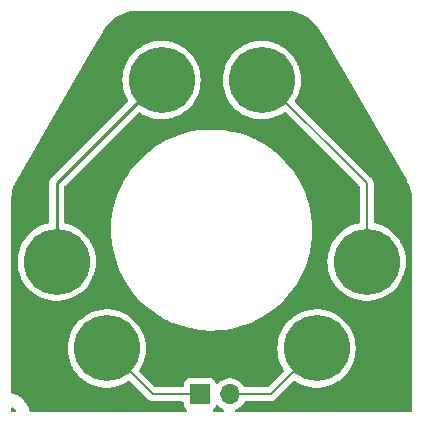
<source format=gtl>
%TF.GenerationSoftware,KiCad,Pcbnew,6.0.9-8da3e8f707~117~ubuntu22.04.1*%
%TF.CreationDate,2022-12-16T00:29:24-08:00*%
%TF.ProjectId,xyz_touch_probe,78797a5f-746f-4756-9368-5f70726f6265,rev?*%
%TF.SameCoordinates,Original*%
%TF.FileFunction,Copper,L1,Top*%
%TF.FilePolarity,Positive*%
%FSLAX46Y46*%
G04 Gerber Fmt 4.6, Leading zero omitted, Abs format (unit mm)*
G04 Created by KiCad (PCBNEW 6.0.9-8da3e8f707~117~ubuntu22.04.1) date 2022-12-16 00:29:24*
%MOMM*%
%LPD*%
G01*
G04 APERTURE LIST*
%TA.AperFunction,ComponentPad*%
%ADD10C,5.600000*%
%TD*%
%TA.AperFunction,ComponentPad*%
%ADD11R,1.700000X1.700000*%
%TD*%
%TA.AperFunction,ComponentPad*%
%ADD12O,1.700000X1.700000*%
%TD*%
%TA.AperFunction,Conductor*%
%ADD13C,0.250000*%
%TD*%
%TA.AperFunction,Conductor*%
%ADD14C,0.152400*%
%TD*%
G04 APERTURE END LIST*
D10*
%TO.P,H6,1,1*%
%TO.N,Net-(H6-Pad1)*%
X156377202Y-133109652D03*
%TD*%
%TO.P,H5,1,1*%
%TO.N,Net-(H4-Pad1)*%
X160619843Y-125761182D03*
%TD*%
%TO.P,H4,1,1*%
%TO.N,Net-(H4-Pad1)*%
X151742641Y-110385417D03*
%TD*%
%TO.P,H3,1,1*%
%TO.N,Net-(H2-Pad1)*%
X143257359Y-110385417D03*
%TD*%
%TO.P,H2,1,1*%
%TO.N,Net-(H2-Pad1)*%
X134380157Y-125761182D03*
%TD*%
%TO.P,H1,1,1*%
%TO.N,Net-(H1-Pad1)*%
X138622798Y-133109652D03*
%TD*%
D11*
%TO.P,J1,1,Pin_1*%
%TO.N,Net-(H1-Pad1)*%
X146500000Y-137000000D03*
D12*
%TO.P,J1,2,Pin_2*%
%TO.N,Net-(H6-Pad1)*%
X149040000Y-137000000D03*
%TD*%
D13*
%TO.N,Net-(H2-Pad1)*%
X143257359Y-110385417D02*
X143114583Y-110385417D01*
X143114583Y-110385417D02*
X134380157Y-119119843D01*
X134380157Y-119119843D02*
X134380157Y-125761182D01*
D14*
%TO.N,Net-(H4-Pad1)*%
X151742641Y-110385417D02*
X151885417Y-110385417D01*
X151885417Y-110385417D02*
X160619843Y-119119843D01*
X160619843Y-119119843D02*
X160619843Y-125761182D01*
%TO.N,Net-(H1-Pad1)*%
X146500000Y-137000000D02*
X142513146Y-137000000D01*
X142513146Y-137000000D02*
X138622798Y-133109652D01*
%TO.N,Net-(H6-Pad1)*%
X156377202Y-133109652D02*
X152486854Y-137000000D01*
X152486854Y-137000000D02*
X149040000Y-137000000D01*
%TD*%
%TA.AperFunction,NonConductor*%
G36*
X153660617Y-104510000D02*
G01*
X153675450Y-104512310D01*
X153675454Y-104512310D01*
X153684323Y-104513691D01*
X153693225Y-104512527D01*
X153693229Y-104512527D01*
X153703971Y-104511122D01*
X153726302Y-104510201D01*
X154016483Y-104524024D01*
X154028419Y-104525163D01*
X154186929Y-104547953D01*
X154345440Y-104570743D01*
X154357203Y-104573011D01*
X154648873Y-104643769D01*
X154668432Y-104648514D01*
X154679936Y-104651892D01*
X154907271Y-104730573D01*
X154982587Y-104756640D01*
X154993699Y-104761088D01*
X155285055Y-104894146D01*
X155295693Y-104899631D01*
X155434372Y-104979697D01*
X155573045Y-105059760D01*
X155583132Y-105066242D01*
X155844020Y-105252019D01*
X155853438Y-105259426D01*
X156095485Y-105469161D01*
X156104139Y-105477411D01*
X156325154Y-105709206D01*
X156325159Y-105709211D01*
X156333007Y-105718268D01*
X156361172Y-105754082D01*
X156530982Y-105970013D01*
X156537937Y-105979781D01*
X156691002Y-106217956D01*
X156702516Y-106240612D01*
X156706694Y-106251410D01*
X156712149Y-106258531D01*
X156712150Y-106258534D01*
X156726050Y-106276681D01*
X156735139Y-106290297D01*
X163999047Y-118871754D01*
X164007436Y-118889281D01*
X164016097Y-118911669D01*
X164028643Y-118928048D01*
X164040373Y-118946479D01*
X164161841Y-119179811D01*
X164166486Y-119189773D01*
X164267833Y-119434437D01*
X164278839Y-119461008D01*
X164282598Y-119471334D01*
X164319252Y-119587579D01*
X164370889Y-119751346D01*
X164373734Y-119761963D01*
X164437284Y-120048605D01*
X164439189Y-120059410D01*
X164439190Y-120059415D01*
X164439190Y-120059417D01*
X164477515Y-120350503D01*
X164478473Y-120361452D01*
X164489621Y-120616695D01*
X164488240Y-120641581D01*
X164487690Y-120645110D01*
X164487690Y-120645115D01*
X164486309Y-120653984D01*
X164487949Y-120666523D01*
X164490436Y-120685541D01*
X164491500Y-120701880D01*
X164491500Y-138365500D01*
X164471498Y-138433621D01*
X164417842Y-138480114D01*
X164365500Y-138491500D01*
X149627160Y-138491500D01*
X149559039Y-138471498D01*
X149512546Y-138417842D01*
X149502442Y-138347568D01*
X149531936Y-138282988D01*
X149571728Y-138252349D01*
X149672929Y-138202771D01*
X149737994Y-138170896D01*
X149919860Y-138041173D01*
X150078096Y-137883489D01*
X150208453Y-137702077D01*
X150231783Y-137654872D01*
X150279897Y-137602666D01*
X150344740Y-137584700D01*
X152440276Y-137584700D01*
X152456723Y-137585778D01*
X152486854Y-137589745D01*
X152525173Y-137584700D01*
X152525178Y-137584700D01*
X152631303Y-137570728D01*
X152639491Y-137569650D01*
X152740067Y-137527990D01*
X152781727Y-137510734D01*
X152826240Y-137476577D01*
X152903867Y-137417013D01*
X152908893Y-137410463D01*
X152908897Y-137410459D01*
X152922377Y-137392891D01*
X152933245Y-137380499D01*
X154413469Y-135900275D01*
X154475781Y-135866249D01*
X154546596Y-135871314D01*
X154568023Y-135881708D01*
X154808557Y-136027955D01*
X154808562Y-136027958D01*
X154811472Y-136029727D01*
X154814560Y-136031173D01*
X154814559Y-136031173D01*
X155132912Y-136180301D01*
X155132922Y-136180305D01*
X155135996Y-136181745D01*
X155139214Y-136182847D01*
X155139217Y-136182848D01*
X155471817Y-136296723D01*
X155471825Y-136296725D01*
X155475040Y-136297826D01*
X155824637Y-136376611D01*
X155876930Y-136382569D01*
X156177316Y-136416794D01*
X156177324Y-136416794D01*
X156180699Y-136417179D01*
X156184103Y-136417197D01*
X156184106Y-136417197D01*
X156378429Y-136418214D01*
X156539059Y-136419055D01*
X156542445Y-136418705D01*
X156542447Y-136418705D01*
X156892134Y-136382569D01*
X156892143Y-136382568D01*
X156895526Y-136382218D01*
X156898859Y-136381504D01*
X156898862Y-136381503D01*
X157071388Y-136344516D01*
X157245929Y-136307098D01*
X157586170Y-136194574D01*
X157912268Y-136045963D01*
X158027522Y-135977530D01*
X158217464Y-135864751D01*
X158217469Y-135864748D01*
X158220409Y-135863002D01*
X158242379Y-135846507D01*
X158381901Y-135741750D01*
X158506988Y-135647832D01*
X158768653Y-135402971D01*
X159002342Y-135131282D01*
X159152291Y-134913105D01*
X159203392Y-134838753D01*
X159203397Y-134838746D01*
X159205322Y-134835944D01*
X159206934Y-134832950D01*
X159206939Y-134832942D01*
X159373597Y-134523424D01*
X159375219Y-134520412D01*
X159510044Y-134188376D01*
X159520344Y-134152220D01*
X159540729Y-134080658D01*
X159608222Y-133843722D01*
X159668603Y-133490480D01*
X159670713Y-133455992D01*
X159690370Y-133134580D01*
X159690480Y-133132783D01*
X159690561Y-133109652D01*
X159671181Y-132751811D01*
X159613268Y-132398157D01*
X159517499Y-132052825D01*
X159514445Y-132045149D01*
X159386254Y-131723021D01*
X159384995Y-131719857D01*
X159305132Y-131569022D01*
X159218904Y-131406165D01*
X159218900Y-131406158D01*
X159217305Y-131403146D01*
X159016392Y-131106398D01*
X158784605Y-130833084D01*
X158524656Y-130586402D01*
X158239586Y-130369237D01*
X158236674Y-130367480D01*
X158236669Y-130367477D01*
X157935645Y-130185888D01*
X157935639Y-130185885D01*
X157932730Y-130184130D01*
X157607677Y-130033245D01*
X157425666Y-129971638D01*
X157271457Y-129919441D01*
X157271452Y-129919440D01*
X157268230Y-129918349D01*
X157069883Y-129874376D01*
X156921695Y-129841523D01*
X156921689Y-129841522D01*
X156918360Y-129840784D01*
X156914971Y-129840410D01*
X156914966Y-129840409D01*
X156565540Y-129801832D01*
X156565535Y-129801832D01*
X156562159Y-129801459D01*
X156558760Y-129801453D01*
X156558759Y-129801453D01*
X156389282Y-129801157D01*
X156203794Y-129800834D01*
X156090615Y-129812929D01*
X155850841Y-129838553D01*
X155850833Y-129838554D01*
X155847458Y-129838915D01*
X155497319Y-129915258D01*
X155157473Y-130028969D01*
X155154380Y-130030391D01*
X155154379Y-130030392D01*
X155148176Y-130033245D01*
X154831896Y-130178718D01*
X154524395Y-130362753D01*
X154521669Y-130364815D01*
X154521667Y-130364816D01*
X154241764Y-130576506D01*
X154238569Y-130578922D01*
X154236084Y-130581264D01*
X154236079Y-130581268D01*
X154138828Y-130672913D01*
X153977761Y-130824695D01*
X153745021Y-131097198D01*
X153743102Y-131100010D01*
X153743099Y-131100015D01*
X153706645Y-131153455D01*
X153543073Y-131393243D01*
X153374279Y-131709366D01*
X153240613Y-132041870D01*
X153239693Y-132045144D01*
X153239691Y-132045149D01*
X153237534Y-132052825D01*
X153143639Y-132386865D01*
X153084492Y-132740315D01*
X153063863Y-133098086D01*
X153081994Y-133455992D01*
X153082531Y-133459347D01*
X153082532Y-133459353D01*
X153087518Y-133490480D01*
X153138672Y-133809847D01*
X153233235Y-134155511D01*
X153364576Y-134488940D01*
X153531159Y-134806234D01*
X153533065Y-134809071D01*
X153533066Y-134809072D01*
X153602974Y-134913105D01*
X153624367Y-134980802D01*
X153605763Y-135049318D01*
X153587488Y-135072476D01*
X152281569Y-136378395D01*
X152219257Y-136412421D01*
X152192474Y-136415300D01*
X150348165Y-136415300D01*
X150280044Y-136395298D01*
X150242749Y-136354937D01*
X150241354Y-136355840D01*
X150122822Y-136172617D01*
X150122820Y-136172614D01*
X150120014Y-136168277D01*
X149969670Y-136003051D01*
X149965619Y-135999852D01*
X149965615Y-135999848D01*
X149798414Y-135867800D01*
X149798410Y-135867798D01*
X149794359Y-135864598D01*
X149598789Y-135756638D01*
X149593920Y-135754914D01*
X149593916Y-135754912D01*
X149393087Y-135683795D01*
X149393083Y-135683794D01*
X149388212Y-135682069D01*
X149383119Y-135681162D01*
X149383116Y-135681161D01*
X149173373Y-135643800D01*
X149173367Y-135643799D01*
X149168284Y-135642894D01*
X149094452Y-135641992D01*
X148950081Y-135640228D01*
X148950079Y-135640228D01*
X148944911Y-135640165D01*
X148724091Y-135673955D01*
X148511756Y-135743357D01*
X148313607Y-135846507D01*
X148309474Y-135849610D01*
X148309471Y-135849612D01*
X148139100Y-135977530D01*
X148134965Y-135980635D01*
X148078537Y-136039684D01*
X148054283Y-136065064D01*
X147992759Y-136100494D01*
X147921846Y-136097037D01*
X147864060Y-136055791D01*
X147845207Y-136022243D01*
X147803767Y-135911703D01*
X147800615Y-135903295D01*
X147713261Y-135786739D01*
X147596705Y-135699385D01*
X147460316Y-135648255D01*
X147398134Y-135641500D01*
X145601866Y-135641500D01*
X145539684Y-135648255D01*
X145403295Y-135699385D01*
X145286739Y-135786739D01*
X145199385Y-135903295D01*
X145148255Y-136039684D01*
X145141500Y-136101866D01*
X145141500Y-136289300D01*
X145121498Y-136357421D01*
X145067842Y-136403914D01*
X145015500Y-136415300D01*
X142807526Y-136415300D01*
X142739405Y-136395298D01*
X142718431Y-136378395D01*
X141413027Y-135072991D01*
X141379001Y-135010679D01*
X141384066Y-134939864D01*
X141398279Y-134912534D01*
X141450918Y-134835944D01*
X141452530Y-134832950D01*
X141452535Y-134832942D01*
X141619193Y-134523424D01*
X141620815Y-134520412D01*
X141755640Y-134188376D01*
X141765940Y-134152220D01*
X141786325Y-134080658D01*
X141853818Y-133843722D01*
X141914199Y-133490480D01*
X141916309Y-133455992D01*
X141935966Y-133134580D01*
X141936076Y-133132783D01*
X141936157Y-133109652D01*
X141916777Y-132751811D01*
X141858864Y-132398157D01*
X141763095Y-132052825D01*
X141760041Y-132045149D01*
X141631850Y-131723021D01*
X141630591Y-131719857D01*
X141550728Y-131569022D01*
X141464500Y-131406165D01*
X141464496Y-131406158D01*
X141462901Y-131403146D01*
X141261988Y-131106398D01*
X141030201Y-130833084D01*
X140770252Y-130586402D01*
X140485182Y-130369237D01*
X140482270Y-130367480D01*
X140482265Y-130367477D01*
X140181241Y-130185888D01*
X140181235Y-130185885D01*
X140178326Y-130184130D01*
X139853273Y-130033245D01*
X139671262Y-129971638D01*
X139517053Y-129919441D01*
X139517048Y-129919440D01*
X139513826Y-129918349D01*
X139315479Y-129874376D01*
X139167291Y-129841523D01*
X139167285Y-129841522D01*
X139163956Y-129840784D01*
X139160567Y-129840410D01*
X139160562Y-129840409D01*
X138811136Y-129801832D01*
X138811131Y-129801832D01*
X138807755Y-129801459D01*
X138804356Y-129801453D01*
X138804355Y-129801453D01*
X138634878Y-129801157D01*
X138449390Y-129800834D01*
X138336211Y-129812929D01*
X138096437Y-129838553D01*
X138096429Y-129838554D01*
X138093054Y-129838915D01*
X137742915Y-129915258D01*
X137403069Y-130028969D01*
X137399976Y-130030391D01*
X137399975Y-130030392D01*
X137393772Y-130033245D01*
X137077492Y-130178718D01*
X136769991Y-130362753D01*
X136767265Y-130364815D01*
X136767263Y-130364816D01*
X136487360Y-130576506D01*
X136484165Y-130578922D01*
X136481680Y-130581264D01*
X136481675Y-130581268D01*
X136384424Y-130672913D01*
X136223357Y-130824695D01*
X135990617Y-131097198D01*
X135988698Y-131100010D01*
X135988695Y-131100015D01*
X135952241Y-131153455D01*
X135788669Y-131393243D01*
X135619875Y-131709366D01*
X135486209Y-132041870D01*
X135485289Y-132045144D01*
X135485287Y-132045149D01*
X135483130Y-132052825D01*
X135389235Y-132386865D01*
X135330088Y-132740315D01*
X135309459Y-133098086D01*
X135327590Y-133455992D01*
X135328127Y-133459347D01*
X135328128Y-133459353D01*
X135333114Y-133490480D01*
X135384268Y-133809847D01*
X135478831Y-134155511D01*
X135610172Y-134488940D01*
X135776755Y-134806234D01*
X135778656Y-134809063D01*
X135778662Y-134809073D01*
X135906398Y-134999162D01*
X135976632Y-135103681D01*
X136207463Y-135377802D01*
X136466549Y-135625390D01*
X136750859Y-135843549D01*
X136813620Y-135881708D01*
X137054153Y-136027955D01*
X137054158Y-136027958D01*
X137057068Y-136029727D01*
X137060156Y-136031173D01*
X137060155Y-136031173D01*
X137378508Y-136180301D01*
X137378518Y-136180305D01*
X137381592Y-136181745D01*
X137384810Y-136182847D01*
X137384813Y-136182848D01*
X137717413Y-136296723D01*
X137717421Y-136296725D01*
X137720636Y-136297826D01*
X138070233Y-136376611D01*
X138122526Y-136382569D01*
X138422912Y-136416794D01*
X138422920Y-136416794D01*
X138426295Y-136417179D01*
X138429699Y-136417197D01*
X138429702Y-136417197D01*
X138624025Y-136418214D01*
X138784655Y-136419055D01*
X138788041Y-136418705D01*
X138788043Y-136418705D01*
X139137730Y-136382569D01*
X139137739Y-136382568D01*
X139141122Y-136382218D01*
X139144455Y-136381504D01*
X139144458Y-136381503D01*
X139316984Y-136344516D01*
X139491525Y-136307098D01*
X139831766Y-136194574D01*
X140157864Y-136045963D01*
X140273118Y-135977530D01*
X140434053Y-135881974D01*
X140502838Y-135864394D01*
X140570209Y-135886793D01*
X140587476Y-135901220D01*
X142066759Y-137380503D01*
X142077626Y-137392894D01*
X142096133Y-137417013D01*
X142173760Y-137476577D01*
X142218273Y-137510734D01*
X142360509Y-137569650D01*
X142487877Y-137586419D01*
X142504951Y-137588667D01*
X142513146Y-137589746D01*
X142521342Y-137588667D01*
X142543284Y-137585778D01*
X142559731Y-137584700D01*
X145015500Y-137584700D01*
X145083621Y-137604702D01*
X145130114Y-137658358D01*
X145141500Y-137710700D01*
X145141500Y-137898134D01*
X145148255Y-137960316D01*
X145199385Y-138096705D01*
X145286739Y-138213261D01*
X145293919Y-138218642D01*
X145293920Y-138218643D01*
X145355339Y-138264674D01*
X145397854Y-138321533D01*
X145402880Y-138392352D01*
X145368820Y-138454645D01*
X145306489Y-138488635D01*
X145279774Y-138491500D01*
X132216537Y-138491500D01*
X132148416Y-138471498D01*
X132101923Y-138417842D01*
X132097764Y-138407560D01*
X132059893Y-138300615D01*
X132000934Y-138134119D01*
X131864907Y-137870572D01*
X131851226Y-137851105D01*
X131725428Y-137672113D01*
X131694372Y-137627925D01*
X131619349Y-137547191D01*
X131495404Y-137413810D01*
X131495401Y-137413808D01*
X131492483Y-137410667D01*
X131489168Y-137407953D01*
X131489164Y-137407950D01*
X131266295Y-137225534D01*
X131262977Y-137222818D01*
X131010101Y-137067856D01*
X130738533Y-136948646D01*
X130711776Y-136941024D01*
X130599981Y-136909178D01*
X130539946Y-136871279D01*
X130509932Y-136806939D01*
X130508500Y-136787999D01*
X130508500Y-125749616D01*
X131066818Y-125749616D01*
X131084949Y-126107522D01*
X131085486Y-126110877D01*
X131085487Y-126110883D01*
X131090473Y-126142010D01*
X131141627Y-126461377D01*
X131236190Y-126807041D01*
X131367531Y-127140470D01*
X131392215Y-127187487D01*
X131513827Y-127419122D01*
X131534114Y-127457764D01*
X131536015Y-127460593D01*
X131536021Y-127460603D01*
X131660137Y-127645305D01*
X131733991Y-127755211D01*
X131964822Y-128029332D01*
X132223908Y-128276920D01*
X132508218Y-128495079D01*
X132540213Y-128514532D01*
X132811512Y-128679485D01*
X132811517Y-128679488D01*
X132814427Y-128681257D01*
X132817515Y-128682703D01*
X132817514Y-128682703D01*
X133135867Y-128831831D01*
X133135877Y-128831835D01*
X133138951Y-128833275D01*
X133142169Y-128834377D01*
X133142172Y-128834378D01*
X133474772Y-128948253D01*
X133474780Y-128948255D01*
X133477995Y-128949356D01*
X133827592Y-129028141D01*
X133879885Y-129034099D01*
X134180271Y-129068324D01*
X134180279Y-129068324D01*
X134183654Y-129068709D01*
X134187058Y-129068727D01*
X134187061Y-129068727D01*
X134381384Y-129069744D01*
X134542014Y-129070585D01*
X134545400Y-129070235D01*
X134545402Y-129070235D01*
X134895089Y-129034099D01*
X134895098Y-129034098D01*
X134898481Y-129033748D01*
X134901814Y-129033034D01*
X134901817Y-129033033D01*
X135074343Y-128996046D01*
X135248884Y-128958628D01*
X135589125Y-128846104D01*
X135915223Y-128697493D01*
X136109602Y-128582079D01*
X136220419Y-128516281D01*
X136220424Y-128516278D01*
X136223364Y-128514532D01*
X136509943Y-128299362D01*
X136771608Y-128054501D01*
X137005297Y-127782812D01*
X137200093Y-127499382D01*
X137206347Y-127490283D01*
X137206352Y-127490276D01*
X137208277Y-127487474D01*
X137209889Y-127484480D01*
X137209894Y-127484472D01*
X137376552Y-127174954D01*
X137378174Y-127171942D01*
X137484262Y-126910678D01*
X137511719Y-126843059D01*
X137511721Y-126843054D01*
X137512999Y-126839906D01*
X137523299Y-126803750D01*
X137583927Y-126590913D01*
X137611177Y-126495252D01*
X137671558Y-126142010D01*
X137673668Y-126107522D01*
X137693325Y-125786110D01*
X137693435Y-125784313D01*
X137693516Y-125761182D01*
X137674136Y-125403341D01*
X137616223Y-125049687D01*
X137520454Y-124704355D01*
X137517400Y-124696679D01*
X137389209Y-124374551D01*
X137387950Y-124371387D01*
X137272022Y-124152437D01*
X137221859Y-124057695D01*
X137221855Y-124057688D01*
X137220260Y-124054676D01*
X137019347Y-123757928D01*
X136787560Y-123484614D01*
X136527611Y-123237932D01*
X136242541Y-123020767D01*
X136239629Y-123019010D01*
X136239624Y-123019007D01*
X136201926Y-122996266D01*
X138987004Y-122996266D01*
X138990337Y-123137717D01*
X138999268Y-123516658D01*
X139000654Y-123575486D01*
X139000852Y-123577639D01*
X139044426Y-124051851D01*
X139053668Y-124152437D01*
X139054010Y-124154560D01*
X139141329Y-124696679D01*
X139145801Y-124724446D01*
X139276626Y-125288863D01*
X139445537Y-125843076D01*
X139651752Y-126384517D01*
X139652655Y-126386475D01*
X139652658Y-126386483D01*
X139765528Y-126631315D01*
X139894316Y-126910678D01*
X140172105Y-127419122D01*
X140483832Y-127907496D01*
X140828055Y-128373536D01*
X140829451Y-128375179D01*
X140829454Y-128375183D01*
X141104482Y-128698911D01*
X141203178Y-128815084D01*
X141204675Y-128816621D01*
X141204678Y-128816624D01*
X141605971Y-129228563D01*
X141605980Y-129228572D01*
X141607465Y-129230096D01*
X142039042Y-129616649D01*
X142040722Y-129617959D01*
X142494225Y-129971638D01*
X142494237Y-129971647D01*
X142495912Y-129972953D01*
X142975958Y-130297358D01*
X143088544Y-130362753D01*
X143475109Y-130587288D01*
X143475118Y-130587293D01*
X143476957Y-130588361D01*
X143725697Y-130711026D01*
X143978484Y-130835687D01*
X143996588Y-130844615D01*
X144252769Y-130949944D01*
X144530474Y-131064123D01*
X144530484Y-131064127D01*
X144532445Y-131064933D01*
X144797780Y-131153455D01*
X145080019Y-131247617D01*
X145080026Y-131247619D01*
X145082046Y-131248293D01*
X145642846Y-131393848D01*
X145644943Y-131394242D01*
X145644946Y-131394243D01*
X145708345Y-131406165D01*
X146212247Y-131500923D01*
X146214354Y-131501172D01*
X146214358Y-131501173D01*
X146423894Y-131525973D01*
X146787612Y-131569022D01*
X146789758Y-131569129D01*
X146789760Y-131569129D01*
X147364143Y-131597724D01*
X147364149Y-131597724D01*
X147366276Y-131597830D01*
X147368405Y-131597791D01*
X147368407Y-131597791D01*
X147514164Y-131595120D01*
X147945560Y-131587213D01*
X148325116Y-131554340D01*
X148520635Y-131537406D01*
X148520639Y-131537406D01*
X148522781Y-131537220D01*
X149095264Y-131448083D01*
X149350058Y-131390429D01*
X149658274Y-131320687D01*
X149658280Y-131320685D01*
X149660359Y-131320215D01*
X150215448Y-131154208D01*
X150217445Y-131153459D01*
X150217458Y-131153455D01*
X150574739Y-131019517D01*
X150757961Y-130950831D01*
X150989770Y-130845434D01*
X151283442Y-130711910D01*
X151283456Y-130711903D01*
X151285385Y-130711026D01*
X151287256Y-130710017D01*
X151287265Y-130710012D01*
X151793381Y-130436926D01*
X151793380Y-130436926D01*
X151795277Y-130435903D01*
X152285276Y-130126737D01*
X152287001Y-130125477D01*
X152287011Y-130125470D01*
X152751381Y-129786224D01*
X152751389Y-129786218D01*
X152753112Y-129784959D01*
X153196619Y-129412153D01*
X153198147Y-129410680D01*
X153198157Y-129410671D01*
X153589154Y-129033748D01*
X153613742Y-129010045D01*
X154002549Y-128580497D01*
X154240235Y-128278995D01*
X154359916Y-128127180D01*
X154359919Y-128127176D01*
X154361241Y-128125499D01*
X154511474Y-127905679D01*
X154686939Y-127648939D01*
X154686946Y-127648928D01*
X154688155Y-127647159D01*
X154981777Y-127147690D01*
X155240748Y-126629408D01*
X155241565Y-126627450D01*
X155241571Y-126627437D01*
X155463045Y-126096685D01*
X155463048Y-126096677D01*
X155463868Y-126094712D01*
X155650104Y-125546079D01*
X155798593Y-124986049D01*
X155847669Y-124732395D01*
X155908238Y-124419337D01*
X155908240Y-124419327D01*
X155908648Y-124417216D01*
X155913925Y-124374551D01*
X155941131Y-124154560D01*
X155979759Y-123842215D01*
X156011596Y-123263710D01*
X156011842Y-123240273D01*
X156013448Y-123086810D01*
X156013463Y-123085417D01*
X156011202Y-123019007D01*
X155993821Y-122508502D01*
X155993820Y-122508489D01*
X155993748Y-122506371D01*
X155934695Y-121930007D01*
X155836577Y-121358995D01*
X155836073Y-121356920D01*
X155836070Y-121356905D01*
X155700355Y-120798061D01*
X155700354Y-120798057D01*
X155699849Y-120795978D01*
X155673391Y-120712317D01*
X155560687Y-120355955D01*
X155525143Y-120243565D01*
X155450650Y-120053966D01*
X155314054Y-119706308D01*
X155314052Y-119706304D01*
X155313270Y-119704313D01*
X155065210Y-119180721D01*
X155064162Y-119178850D01*
X155064156Y-119178838D01*
X154783162Y-118677088D01*
X154782112Y-118675213D01*
X154748781Y-118624180D01*
X154466455Y-118191919D01*
X154466452Y-118191915D01*
X154465287Y-118190131D01*
X154116203Y-117727721D01*
X153736477Y-117290125D01*
X153327866Y-116879370D01*
X152892265Y-116497357D01*
X152820569Y-116442640D01*
X152433396Y-116147160D01*
X152431689Y-116145857D01*
X151948272Y-115826497D01*
X151444254Y-115540756D01*
X151357225Y-115498965D01*
X150923899Y-115290884D01*
X150923893Y-115290881D01*
X150921968Y-115289957D01*
X150919988Y-115289167D01*
X150919981Y-115289164D01*
X150385811Y-115076052D01*
X150385807Y-115076051D01*
X150383833Y-115075263D01*
X149832342Y-114897668D01*
X149830279Y-114897155D01*
X149830270Y-114897153D01*
X149272133Y-114758512D01*
X149270048Y-114757994D01*
X148699557Y-114656887D01*
X148697445Y-114656659D01*
X148697442Y-114656659D01*
X148125649Y-114595047D01*
X148125638Y-114595046D01*
X148123511Y-114594817D01*
X147544576Y-114572071D01*
X147542457Y-114572132D01*
X147542447Y-114572132D01*
X146967580Y-114588691D01*
X146967574Y-114588691D01*
X146965435Y-114588753D01*
X146963303Y-114588960D01*
X146963290Y-114588961D01*
X146577569Y-114626442D01*
X146388770Y-114644788D01*
X146386651Y-114645141D01*
X146386641Y-114645142D01*
X145819354Y-114739565D01*
X145819350Y-114739566D01*
X145817252Y-114739915D01*
X145253527Y-114873693D01*
X145251470Y-114874332D01*
X145251469Y-114874332D01*
X144702263Y-115044865D01*
X144702255Y-115044868D01*
X144700206Y-115045504D01*
X144159852Y-115254551D01*
X143634969Y-115499866D01*
X143127986Y-115780313D01*
X142641251Y-116094594D01*
X142177020Y-116441252D01*
X141737441Y-116818682D01*
X141735915Y-116820185D01*
X141735912Y-116820187D01*
X141675792Y-116879370D01*
X141324552Y-117225136D01*
X140940264Y-117658731D01*
X140586357Y-118117460D01*
X140585158Y-118119255D01*
X140585154Y-118119260D01*
X140382949Y-118421882D01*
X140264470Y-118599198D01*
X140187402Y-118733495D01*
X140007067Y-119047742D01*
X139976094Y-119101714D01*
X139722565Y-119622680D01*
X139505056Y-120159683D01*
X139477558Y-120243565D01*
X139327315Y-120701880D01*
X139324575Y-120710237D01*
X139181959Y-121271791D01*
X139077867Y-121841745D01*
X139077624Y-121843893D01*
X139077624Y-121843894D01*
X139013446Y-122411580D01*
X139012781Y-122417458D01*
X138987004Y-122996266D01*
X136201926Y-122996266D01*
X135938600Y-122837418D01*
X135938594Y-122837415D01*
X135935685Y-122835660D01*
X135610632Y-122684775D01*
X135366003Y-122601973D01*
X135274412Y-122570971D01*
X135274407Y-122570970D01*
X135271185Y-122569879D01*
X135267861Y-122569142D01*
X135267850Y-122569139D01*
X135141448Y-122541117D01*
X135112386Y-122534674D01*
X135050209Y-122500402D01*
X135016431Y-122437956D01*
X135013657Y-122411661D01*
X135013657Y-119434437D01*
X135033659Y-119366316D01*
X135050562Y-119345342D01*
X141247755Y-113148149D01*
X141310067Y-113114123D01*
X141380882Y-113119188D01*
X141402300Y-113129577D01*
X141691629Y-113305492D01*
X141694717Y-113306938D01*
X141694716Y-113306938D01*
X142013069Y-113456066D01*
X142013079Y-113456070D01*
X142016153Y-113457510D01*
X142019371Y-113458612D01*
X142019374Y-113458613D01*
X142351974Y-113572488D01*
X142351982Y-113572490D01*
X142355197Y-113573591D01*
X142704794Y-113652376D01*
X142757087Y-113658334D01*
X143057473Y-113692559D01*
X143057481Y-113692559D01*
X143060856Y-113692944D01*
X143064260Y-113692962D01*
X143064263Y-113692962D01*
X143258586Y-113693979D01*
X143419216Y-113694820D01*
X143422602Y-113694470D01*
X143422604Y-113694470D01*
X143772291Y-113658334D01*
X143772300Y-113658333D01*
X143775683Y-113657983D01*
X143779016Y-113657269D01*
X143779019Y-113657268D01*
X143951545Y-113620281D01*
X144126086Y-113582863D01*
X144466327Y-113470339D01*
X144792425Y-113321728D01*
X144886411Y-113265923D01*
X145097621Y-113140516D01*
X145097626Y-113140513D01*
X145100566Y-113138767D01*
X145112800Y-113129582D01*
X145229664Y-113041837D01*
X145387145Y-112923597D01*
X145648810Y-112678736D01*
X145882499Y-112407047D01*
X146010910Y-112220208D01*
X146083549Y-112114518D01*
X146083554Y-112114511D01*
X146085479Y-112111709D01*
X146087091Y-112108715D01*
X146087096Y-112108707D01*
X146253754Y-111799189D01*
X146255376Y-111796177D01*
X146390201Y-111464141D01*
X146400501Y-111427985D01*
X146420886Y-111356423D01*
X146488379Y-111119487D01*
X146548760Y-110766245D01*
X146550870Y-110731757D01*
X146570527Y-110410345D01*
X146570637Y-110408548D01*
X146570718Y-110385417D01*
X146570092Y-110373851D01*
X148429302Y-110373851D01*
X148447433Y-110731757D01*
X148447970Y-110735112D01*
X148447971Y-110735118D01*
X148452957Y-110766245D01*
X148504111Y-111085612D01*
X148598674Y-111431276D01*
X148730015Y-111764705D01*
X148896598Y-112081999D01*
X148898499Y-112084828D01*
X148898505Y-112084838D01*
X148976860Y-112201441D01*
X149096475Y-112379446D01*
X149327306Y-112653567D01*
X149586392Y-112901155D01*
X149870702Y-113119314D01*
X149902697Y-113138767D01*
X150173996Y-113303720D01*
X150174001Y-113303723D01*
X150176911Y-113305492D01*
X150179999Y-113306938D01*
X150179998Y-113306938D01*
X150498351Y-113456066D01*
X150498361Y-113456070D01*
X150501435Y-113457510D01*
X150504653Y-113458612D01*
X150504656Y-113458613D01*
X150837256Y-113572488D01*
X150837264Y-113572490D01*
X150840479Y-113573591D01*
X151190076Y-113652376D01*
X151242369Y-113658334D01*
X151542755Y-113692559D01*
X151542763Y-113692559D01*
X151546138Y-113692944D01*
X151549542Y-113692962D01*
X151549545Y-113692962D01*
X151743868Y-113693979D01*
X151904498Y-113694820D01*
X151907884Y-113694470D01*
X151907886Y-113694470D01*
X152257573Y-113658334D01*
X152257582Y-113658333D01*
X152260965Y-113657983D01*
X152264298Y-113657269D01*
X152264301Y-113657268D01*
X152436827Y-113620281D01*
X152611368Y-113582863D01*
X152951609Y-113470339D01*
X153277707Y-113321728D01*
X153371693Y-113265923D01*
X153582903Y-113140516D01*
X153582908Y-113140513D01*
X153585848Y-113138767D01*
X153627514Y-113107483D01*
X153693997Y-113082579D01*
X153763393Y-113097572D01*
X153792260Y-113119150D01*
X159998238Y-119325129D01*
X160032264Y-119387441D01*
X160035143Y-119414224D01*
X160035143Y-122400939D01*
X160015141Y-122469060D01*
X159961485Y-122515553D01*
X159935985Y-122524047D01*
X159887182Y-122534688D01*
X159739960Y-122566788D01*
X159400114Y-122680499D01*
X159397021Y-122681921D01*
X159397020Y-122681922D01*
X159390817Y-122684775D01*
X159074537Y-122830248D01*
X158767036Y-123014283D01*
X158764310Y-123016345D01*
X158764308Y-123016346D01*
X158758463Y-123020767D01*
X158481210Y-123230452D01*
X158220402Y-123476225D01*
X157987662Y-123748728D01*
X157985743Y-123751540D01*
X157985740Y-123751545D01*
X157922440Y-123844340D01*
X157785714Y-124044773D01*
X157616920Y-124360896D01*
X157483254Y-124693400D01*
X157482334Y-124696674D01*
X157482332Y-124696679D01*
X157400411Y-124988123D01*
X157386280Y-125038395D01*
X157385718Y-125041752D01*
X157385718Y-125041753D01*
X157344027Y-125290893D01*
X157327133Y-125391845D01*
X157306504Y-125749616D01*
X157324635Y-126107522D01*
X157325172Y-126110877D01*
X157325173Y-126110883D01*
X157330159Y-126142010D01*
X157381313Y-126461377D01*
X157475876Y-126807041D01*
X157607217Y-127140470D01*
X157631901Y-127187487D01*
X157753513Y-127419122D01*
X157773800Y-127457764D01*
X157775701Y-127460593D01*
X157775707Y-127460603D01*
X157899823Y-127645305D01*
X157973677Y-127755211D01*
X158204508Y-128029332D01*
X158463594Y-128276920D01*
X158747904Y-128495079D01*
X158779899Y-128514532D01*
X159051198Y-128679485D01*
X159051203Y-128679488D01*
X159054113Y-128681257D01*
X159057201Y-128682703D01*
X159057200Y-128682703D01*
X159375553Y-128831831D01*
X159375563Y-128831835D01*
X159378637Y-128833275D01*
X159381855Y-128834377D01*
X159381858Y-128834378D01*
X159714458Y-128948253D01*
X159714466Y-128948255D01*
X159717681Y-128949356D01*
X160067278Y-129028141D01*
X160119571Y-129034099D01*
X160419957Y-129068324D01*
X160419965Y-129068324D01*
X160423340Y-129068709D01*
X160426744Y-129068727D01*
X160426747Y-129068727D01*
X160621070Y-129069744D01*
X160781700Y-129070585D01*
X160785086Y-129070235D01*
X160785088Y-129070235D01*
X161134775Y-129034099D01*
X161134784Y-129034098D01*
X161138167Y-129033748D01*
X161141500Y-129033034D01*
X161141503Y-129033033D01*
X161314029Y-128996046D01*
X161488570Y-128958628D01*
X161828811Y-128846104D01*
X162154909Y-128697493D01*
X162349288Y-128582079D01*
X162460105Y-128516281D01*
X162460110Y-128516278D01*
X162463050Y-128514532D01*
X162749629Y-128299362D01*
X163011294Y-128054501D01*
X163244983Y-127782812D01*
X163439779Y-127499382D01*
X163446033Y-127490283D01*
X163446038Y-127490276D01*
X163447963Y-127487474D01*
X163449575Y-127484480D01*
X163449580Y-127484472D01*
X163616238Y-127174954D01*
X163617860Y-127171942D01*
X163723948Y-126910678D01*
X163751405Y-126843059D01*
X163751407Y-126843054D01*
X163752685Y-126839906D01*
X163762985Y-126803750D01*
X163823613Y-126590913D01*
X163850863Y-126495252D01*
X163911244Y-126142010D01*
X163913354Y-126107522D01*
X163933011Y-125786110D01*
X163933121Y-125784313D01*
X163933202Y-125761182D01*
X163913822Y-125403341D01*
X163855909Y-125049687D01*
X163760140Y-124704355D01*
X163757086Y-124696679D01*
X163628895Y-124374551D01*
X163627636Y-124371387D01*
X163511708Y-124152437D01*
X163461545Y-124057695D01*
X163461541Y-124057688D01*
X163459946Y-124054676D01*
X163259033Y-123757928D01*
X163027246Y-123484614D01*
X162767297Y-123237932D01*
X162482227Y-123020767D01*
X162479315Y-123019010D01*
X162479310Y-123019007D01*
X162178286Y-122837418D01*
X162178280Y-122837415D01*
X162175371Y-122835660D01*
X161850318Y-122684775D01*
X161605689Y-122601973D01*
X161514098Y-122570971D01*
X161514093Y-122570970D01*
X161510871Y-122569879D01*
X161507547Y-122569142D01*
X161507536Y-122569139D01*
X161303272Y-122523855D01*
X161241095Y-122489583D01*
X161207317Y-122427137D01*
X161204543Y-122400842D01*
X161204543Y-119166429D01*
X161205621Y-119149982D01*
X161208511Y-119128031D01*
X161209589Y-119119843D01*
X161189493Y-118967206D01*
X161130577Y-118824970D01*
X161060386Y-118733495D01*
X161060385Y-118733494D01*
X161036856Y-118702830D01*
X161012736Y-118684322D01*
X161000346Y-118673455D01*
X154590644Y-112263753D01*
X154556618Y-112201441D01*
X154561683Y-112130626D01*
X154570856Y-112111760D01*
X154570761Y-112111709D01*
X154571990Y-112109426D01*
X154572376Y-112108709D01*
X154572380Y-112108703D01*
X154739036Y-111799189D01*
X154740658Y-111796177D01*
X154875483Y-111464141D01*
X154885783Y-111427985D01*
X154906168Y-111356423D01*
X154973661Y-111119487D01*
X155034042Y-110766245D01*
X155036152Y-110731757D01*
X155055809Y-110410345D01*
X155055919Y-110408548D01*
X155056000Y-110385417D01*
X155036620Y-110027576D01*
X154978707Y-109673922D01*
X154882938Y-109328590D01*
X154879884Y-109320914D01*
X154751693Y-108998786D01*
X154750434Y-108995622D01*
X154720409Y-108938915D01*
X154584343Y-108681930D01*
X154584339Y-108681923D01*
X154582744Y-108678911D01*
X154381831Y-108382163D01*
X154150044Y-108108849D01*
X153890095Y-107862167D01*
X153605025Y-107645002D01*
X153602113Y-107643245D01*
X153602108Y-107643242D01*
X153301084Y-107461653D01*
X153301078Y-107461650D01*
X153298169Y-107459895D01*
X152973116Y-107309010D01*
X152803393Y-107251562D01*
X152636896Y-107195206D01*
X152636891Y-107195205D01*
X152633669Y-107194114D01*
X152435322Y-107150141D01*
X152287134Y-107117288D01*
X152287128Y-107117287D01*
X152283799Y-107116549D01*
X152280410Y-107116175D01*
X152280405Y-107116174D01*
X151930979Y-107077597D01*
X151930974Y-107077597D01*
X151927598Y-107077224D01*
X151924199Y-107077218D01*
X151924198Y-107077218D01*
X151754721Y-107076922D01*
X151569233Y-107076599D01*
X151456054Y-107088694D01*
X151216280Y-107114318D01*
X151216272Y-107114319D01*
X151212897Y-107114680D01*
X150862758Y-107191023D01*
X150522912Y-107304734D01*
X150519819Y-107306156D01*
X150519818Y-107306157D01*
X150513615Y-107309010D01*
X150197335Y-107454483D01*
X149889834Y-107638518D01*
X149887108Y-107640580D01*
X149887106Y-107640581D01*
X149881261Y-107645002D01*
X149604008Y-107854687D01*
X149343200Y-108100460D01*
X149110460Y-108372963D01*
X149108541Y-108375775D01*
X149108538Y-108375780D01*
X149015265Y-108512514D01*
X148908512Y-108669008D01*
X148739718Y-108985131D01*
X148606052Y-109317635D01*
X148605132Y-109320909D01*
X148605130Y-109320914D01*
X148602973Y-109328590D01*
X148509078Y-109662630D01*
X148449931Y-110016080D01*
X148429302Y-110373851D01*
X146570092Y-110373851D01*
X146551338Y-110027576D01*
X146493425Y-109673922D01*
X146397656Y-109328590D01*
X146394602Y-109320914D01*
X146266411Y-108998786D01*
X146265152Y-108995622D01*
X146235127Y-108938915D01*
X146099061Y-108681930D01*
X146099057Y-108681923D01*
X146097462Y-108678911D01*
X145896549Y-108382163D01*
X145664762Y-108108849D01*
X145404813Y-107862167D01*
X145119743Y-107645002D01*
X145116831Y-107643245D01*
X145116826Y-107643242D01*
X144815802Y-107461653D01*
X144815796Y-107461650D01*
X144812887Y-107459895D01*
X144487834Y-107309010D01*
X144318111Y-107251562D01*
X144151614Y-107195206D01*
X144151609Y-107195205D01*
X144148387Y-107194114D01*
X143950040Y-107150141D01*
X143801852Y-107117288D01*
X143801846Y-107117287D01*
X143798517Y-107116549D01*
X143795128Y-107116175D01*
X143795123Y-107116174D01*
X143445697Y-107077597D01*
X143445692Y-107077597D01*
X143442316Y-107077224D01*
X143438917Y-107077218D01*
X143438916Y-107077218D01*
X143269439Y-107076922D01*
X143083951Y-107076599D01*
X142970772Y-107088694D01*
X142730998Y-107114318D01*
X142730990Y-107114319D01*
X142727615Y-107114680D01*
X142377476Y-107191023D01*
X142037630Y-107304734D01*
X142034537Y-107306156D01*
X142034536Y-107306157D01*
X142028333Y-107309010D01*
X141712053Y-107454483D01*
X141404552Y-107638518D01*
X141401826Y-107640580D01*
X141401824Y-107640581D01*
X141395979Y-107645002D01*
X141118726Y-107854687D01*
X140857918Y-108100460D01*
X140625178Y-108372963D01*
X140623259Y-108375775D01*
X140623256Y-108375780D01*
X140529983Y-108512514D01*
X140423230Y-108669008D01*
X140254436Y-108985131D01*
X140120770Y-109317635D01*
X140119850Y-109320909D01*
X140119848Y-109320914D01*
X140117691Y-109328590D01*
X140023796Y-109662630D01*
X139964649Y-110016080D01*
X139944020Y-110373851D01*
X139962151Y-110731757D01*
X139962688Y-110735112D01*
X139962689Y-110735118D01*
X139967675Y-110766245D01*
X140018829Y-111085612D01*
X140113392Y-111431276D01*
X140244733Y-111764705D01*
X140406352Y-112072545D01*
X140420307Y-112142154D01*
X140394413Y-112208260D01*
X140383887Y-112220208D01*
X133987904Y-118616191D01*
X133979618Y-118623731D01*
X133973139Y-118627843D01*
X133967714Y-118633620D01*
X133926514Y-118677494D01*
X133923759Y-118680336D01*
X133904022Y-118700073D01*
X133901542Y-118703270D01*
X133893839Y-118712290D01*
X133863571Y-118744522D01*
X133859752Y-118751468D01*
X133859750Y-118751471D01*
X133853809Y-118762277D01*
X133842958Y-118778796D01*
X133830543Y-118794802D01*
X133827398Y-118802071D01*
X133827395Y-118802075D01*
X133812983Y-118835380D01*
X133807766Y-118846030D01*
X133786462Y-118884783D01*
X133784491Y-118892458D01*
X133784491Y-118892459D01*
X133781424Y-118904405D01*
X133775020Y-118923109D01*
X133766976Y-118941698D01*
X133765737Y-118949521D01*
X133765734Y-118949531D01*
X133760058Y-118985367D01*
X133757652Y-118996987D01*
X133746657Y-119039813D01*
X133746657Y-119060067D01*
X133745106Y-119079777D01*
X133741937Y-119099786D01*
X133742683Y-119107678D01*
X133746098Y-119143804D01*
X133746657Y-119155662D01*
X133746657Y-122411580D01*
X133726655Y-122479701D01*
X133672999Y-122526194D01*
X133647500Y-122534688D01*
X133500274Y-122566788D01*
X133160428Y-122680499D01*
X133157335Y-122681921D01*
X133157334Y-122681922D01*
X133151131Y-122684775D01*
X132834851Y-122830248D01*
X132527350Y-123014283D01*
X132524624Y-123016345D01*
X132524622Y-123016346D01*
X132518777Y-123020767D01*
X132241524Y-123230452D01*
X131980716Y-123476225D01*
X131747976Y-123748728D01*
X131746057Y-123751540D01*
X131746054Y-123751545D01*
X131682754Y-123844340D01*
X131546028Y-124044773D01*
X131377234Y-124360896D01*
X131243568Y-124693400D01*
X131242648Y-124696674D01*
X131242646Y-124696679D01*
X131160725Y-124988123D01*
X131146594Y-125038395D01*
X131146032Y-125041752D01*
X131146032Y-125041753D01*
X131104341Y-125290893D01*
X131087447Y-125391845D01*
X131066818Y-125749616D01*
X130508500Y-125749616D01*
X130508500Y-120709614D01*
X130510000Y-120690230D01*
X130512310Y-120675396D01*
X130512310Y-120675393D01*
X130513691Y-120666523D01*
X130511016Y-120646065D01*
X130510072Y-120624236D01*
X130521543Y-120361442D01*
X130522501Y-120350491D01*
X130560821Y-120059415D01*
X130562730Y-120048589D01*
X130626274Y-119761963D01*
X130629119Y-119751345D01*
X130717406Y-119471345D01*
X130721166Y-119461015D01*
X130833521Y-119189778D01*
X130838167Y-119179815D01*
X130956226Y-118953039D01*
X130969859Y-118932186D01*
X130971993Y-118929536D01*
X130971994Y-118929535D01*
X130977623Y-118922546D01*
X130982140Y-118911669D01*
X130989836Y-118893137D01*
X130997082Y-118878461D01*
X137219763Y-108100460D01*
X138260989Y-106297004D01*
X138271980Y-106280967D01*
X138281399Y-106269273D01*
X138281401Y-106269269D01*
X138287030Y-106262281D01*
X138290470Y-106253996D01*
X138290472Y-106253993D01*
X138294629Y-106243981D01*
X138304997Y-106224182D01*
X138462064Y-105979782D01*
X138469019Y-105970015D01*
X138666994Y-105718268D01*
X138674847Y-105709206D01*
X138895851Y-105477424D01*
X138904518Y-105469159D01*
X139146563Y-105259427D01*
X139155981Y-105252020D01*
X139416869Y-105066243D01*
X139426956Y-105059761D01*
X139565629Y-104979698D01*
X139704307Y-104899632D01*
X139714953Y-104894143D01*
X140006294Y-104761092D01*
X140017412Y-104756642D01*
X140072561Y-104737554D01*
X140320063Y-104651894D01*
X140331567Y-104648516D01*
X140642789Y-104573014D01*
X140654563Y-104570744D01*
X140971580Y-104525164D01*
X140983517Y-104524025D01*
X141266312Y-104510554D01*
X141291689Y-104511911D01*
X141294135Y-104512291D01*
X141303125Y-104513691D01*
X141312027Y-104512527D01*
X141312029Y-104512527D01*
X141329814Y-104510201D01*
X141334687Y-104509564D01*
X141351022Y-104508500D01*
X153641232Y-104508500D01*
X153660617Y-104510000D01*
G37*
%TD.AperFunction*%
%TA.AperFunction,NonConductor*%
G36*
X148023150Y-137913126D02*
G01*
X148057817Y-137941114D01*
X148086250Y-137973938D01*
X148258126Y-138116632D01*
X148451000Y-138229338D01*
X148455825Y-138231180D01*
X148455826Y-138231181D01*
X148499321Y-138247790D01*
X148555824Y-138290778D01*
X148580117Y-138357489D01*
X148564487Y-138426743D01*
X148513896Y-138476554D01*
X148454372Y-138491500D01*
X147720226Y-138491500D01*
X147652105Y-138471498D01*
X147605612Y-138417842D01*
X147595508Y-138347568D01*
X147625002Y-138282988D01*
X147644661Y-138264674D01*
X147706080Y-138218643D01*
X147706081Y-138218642D01*
X147713261Y-138213261D01*
X147800615Y-138096705D01*
X147809530Y-138072924D01*
X147844598Y-137979382D01*
X147887240Y-137922618D01*
X147953802Y-137897918D01*
X148023150Y-137913126D01*
G37*
%TD.AperFunction*%
%TA.AperFunction,NonConductor*%
G36*
X130720028Y-138095014D02*
G01*
X130743415Y-138116632D01*
X130852182Y-138217176D01*
X130867611Y-138234311D01*
X130909279Y-138290111D01*
X130934011Y-138356661D01*
X130918837Y-138426017D01*
X130868575Y-138476159D01*
X130808321Y-138491500D01*
X130634500Y-138491500D01*
X130566379Y-138471498D01*
X130519886Y-138417842D01*
X130508500Y-138365500D01*
X130508500Y-138187538D01*
X130528502Y-138119417D01*
X130582158Y-138072924D01*
X130652432Y-138062820D01*
X130720028Y-138095014D01*
G37*
%TD.AperFunction*%
M02*

</source>
